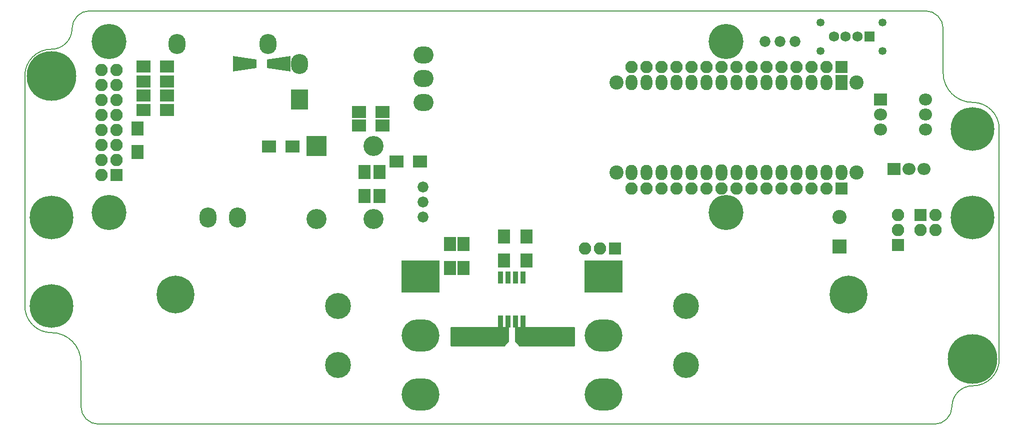
<source format=gbr>
G04 #@! TF.FileFunction,Soldermask,Bot*
%FSLAX46Y46*%
G04 Gerber Fmt 4.6, Leading zero omitted, Abs format (unit mm)*
G04 Created by KiCad (PCBNEW 4.0.7-e2-6376~61~ubuntu18.04.1) date Tue May 29 09:04:43 2018*
%MOMM*%
%LPD*%
G01*
G04 APERTURE LIST*
%ADD10C,0.100000*%
%ADD11C,0.150000*%
%ADD12R,2.200000X2.000000*%
%ADD13O,2.200000X2.000000*%
%ADD14C,8.400000*%
%ADD15C,7.400000*%
%ADD16O,5.900000X5.900000*%
%ADD17O,2.100000X2.100000*%
%ADD18R,2.100000X2.100000*%
%ADD19R,2.100000X2.400000*%
%ADD20R,2.000000X2.400000*%
%ADD21R,0.950000X2.150000*%
%ADD22R,2.400000X2.100000*%
%ADD23C,6.400000*%
%ADD24R,1.750000X1.750000*%
%ADD25C,1.750000*%
%ADD26C,1.350000*%
%ADD27C,2.400000*%
%ADD28R,2.400000X2.400000*%
%ADD29O,6.400000X5.400000*%
%ADD30C,4.400000*%
%ADD31R,6.400000X5.400000*%
%ADD32R,2.000000X2.600000*%
%ADD33O,2.000000X2.600000*%
%ADD34O,2.000000X2.800000*%
%ADD35O,2.900000X3.400000*%
%ADD36O,3.400000X2.900000*%
%ADD37R,2.900000X3.400000*%
%ADD38C,1.840000*%
%ADD39C,3.400000*%
%ADD40R,3.400000X3.400000*%
%ADD41C,0.254000*%
G04 APERTURE END LIST*
D10*
D11*
X-4000000Y48500000D02*
G75*
G03X1000000Y43500000I5000000J0D01*
G01*
X5500000Y39000000D02*
G75*
G03X1000000Y43500000I-4500000J0D01*
G01*
X-150000000Y-500000D02*
G75*
G03X-155000000Y4500000I-5000000J0D01*
G01*
X-159500000Y9000000D02*
G75*
G03X-155000000Y4500000I4500000J0D01*
G01*
X-5500000Y-11000000D02*
G75*
G03X-2500000Y-8000000I0J3000000D01*
G01*
X1000000Y-4500000D02*
G75*
G03X-2500000Y-8000000I0J-3500000D01*
G01*
X1000000Y-4500000D02*
G75*
G03X5500000Y0I0J4500000D01*
G01*
X-155000000Y52500000D02*
G75*
G03X-151500000Y56000000I0J3500000D01*
G01*
X-155000000Y52500000D02*
G75*
G03X-159500000Y48000000I0J-4500000D01*
G01*
X-148500000Y59000000D02*
G75*
G03X-151500000Y56000000I0J-3000000D01*
G01*
X-147000000Y-11000000D02*
X-5500000Y-11000000D01*
X5500000Y0D02*
X5500000Y39000000D01*
X-150000000Y-8000000D02*
X-150000000Y-500000D01*
X-150000000Y-8000000D02*
G75*
G03X-147000000Y-11000000I3000000J0D01*
G01*
X-4000000Y56000000D02*
X-4000000Y48500000D01*
X-4000000Y56000000D02*
G75*
G03X-7000000Y59000000I-3000000J0D01*
G01*
X-159500000Y48000000D02*
X-159500000Y9000000D01*
X-7000000Y59000000D02*
X-148500000Y59000000D01*
D12*
X-14594000Y44023000D03*
D13*
X-14594000Y41483000D03*
X-6974000Y38943000D03*
X-14594000Y38943000D03*
X-6974000Y41483000D03*
X-6974000Y44023000D03*
D14*
X1000000Y0D03*
D15*
X-155000000Y24000000D03*
X1000000Y24000000D03*
X-155000000Y9000000D03*
X1000000Y39000000D03*
D14*
X-155000000Y48000000D03*
D16*
X-40770000Y53827000D03*
X-40770000Y24827000D03*
X-145270000Y24827000D03*
D17*
X-144000000Y48987000D03*
X-146540000Y48987000D03*
X-144000000Y46447000D03*
X-146540000Y46447000D03*
X-144000000Y43907000D03*
X-146540000Y43907000D03*
X-144000000Y41367000D03*
X-146540000Y41367000D03*
X-144000000Y38827000D03*
X-146540000Y38827000D03*
X-144000000Y36287000D03*
X-146540000Y36287000D03*
X-144000000Y33747000D03*
X-146540000Y33747000D03*
D18*
X-144000000Y31207000D03*
D17*
X-146540000Y31207000D03*
D16*
X-145270000Y53827000D03*
D19*
X-87492000Y15480000D03*
X-87492000Y19480000D03*
D20*
X-78348000Y20750000D03*
X-78348000Y16750000D03*
X-74538000Y20750000D03*
X-74538000Y16750000D03*
D21*
X-75173000Y6414000D03*
X-76443000Y6414000D03*
X-77713000Y6414000D03*
X-78983000Y6414000D03*
X-78983000Y13814000D03*
X-77713000Y13814000D03*
X-76443000Y13814000D03*
X-75173000Y13814000D03*
D22*
X-135403000Y47071000D03*
X-139403000Y47071000D03*
X-135403000Y42245000D03*
X-139403000Y42245000D03*
X-139403000Y49547500D03*
X-135403000Y49547500D03*
D19*
X-140462000Y35084000D03*
X-140462000Y39084000D03*
D22*
X-135403000Y44658000D03*
X-139403000Y44658000D03*
D23*
X-134000000Y11000000D03*
X-20000000Y11000000D03*
D12*
X-12308000Y32212000D03*
D13*
X-9768000Y32212000D03*
X-7228000Y32212000D03*
D18*
X-21200000Y49520000D03*
D17*
X-23740000Y49520000D03*
X-26280000Y49520000D03*
X-28820000Y49520000D03*
X-31360000Y49520000D03*
X-33900000Y49520000D03*
X-36440000Y49520000D03*
X-38980000Y49520000D03*
X-41520000Y49520000D03*
X-44060000Y49520000D03*
X-46600000Y49520000D03*
X-49140000Y49520000D03*
X-51680000Y49520000D03*
X-54220000Y49520000D03*
X-56760000Y49520000D03*
D18*
X-21200000Y28880000D03*
D17*
X-23740000Y28880000D03*
X-26280000Y28880000D03*
X-28820000Y28880000D03*
X-31360000Y28880000D03*
X-33900000Y28880000D03*
X-36440000Y28880000D03*
X-38980000Y28880000D03*
X-41520000Y28880000D03*
X-44060000Y28880000D03*
X-46600000Y28880000D03*
X-49140000Y28880000D03*
X-51680000Y28880000D03*
X-54220000Y28880000D03*
X-56760000Y28880000D03*
D24*
X-16510000Y54610000D03*
D25*
X-18510000Y54610000D03*
X-20510000Y54610000D03*
X-22510000Y54610000D03*
D26*
X-14260000Y52235000D03*
X-14260000Y56985000D03*
X-24760000Y52235000D03*
X-24760000Y56985000D03*
D20*
X-85206000Y15480000D03*
X-85206000Y19480000D03*
D18*
X-11684000Y19304000D03*
D17*
X-11684000Y21844000D03*
X-11684000Y24384000D03*
D18*
X-59552000Y18750000D03*
D17*
X-62092000Y18750000D03*
X-64632000Y18750000D03*
D18*
X-7874000Y24384000D03*
D17*
X-5334000Y24384000D03*
X-7874000Y21844000D03*
X-5334000Y21844000D03*
D10*
G36*
X-114480000Y51388000D02*
X-114480000Y48688000D01*
X-118480000Y49288000D01*
X-118480000Y50788000D01*
X-114480000Y51388000D01*
X-114480000Y51388000D01*
G37*
G36*
X-124280000Y48688000D02*
X-124280000Y51388000D01*
X-120280000Y50788000D01*
X-120280000Y49288000D01*
X-124280000Y48688000D01*
X-124280000Y48688000D01*
G37*
D20*
X-99430000Y31672000D03*
X-99430000Y27672000D03*
D22*
X-114194000Y36022000D03*
X-118194000Y36022000D03*
D19*
X-101970000Y31672000D03*
X-101970000Y27672000D03*
D22*
X-92604000Y33482000D03*
X-96604000Y33482000D03*
X-98954000Y39578000D03*
X-102954000Y39578000D03*
X-102954000Y41864000D03*
X-98954000Y41864000D03*
D27*
X-21590000Y24050000D03*
D28*
X-21590000Y19050000D03*
D29*
X-92500000Y-6000000D03*
X-92500000Y4000000D03*
D30*
X-106500000Y-1000000D03*
D31*
X-92500000Y14000000D03*
D30*
X-106500000Y9000000D03*
D29*
X-61500000Y-6000000D03*
X-61500000Y4000000D03*
D30*
X-47500000Y-1000000D03*
D31*
X-61500000Y14000000D03*
D30*
X-47500000Y9000000D03*
D27*
X-59300000Y31580000D03*
X-59300000Y46820000D03*
X-18660000Y31580000D03*
D32*
X-21200000Y46820000D03*
D33*
X-23740000Y46820000D03*
X-56760000Y31580000D03*
X-26280000Y46820000D03*
X-54220000Y31580000D03*
X-28820000Y46820000D03*
X-51680000Y31580000D03*
X-31360000Y46820000D03*
X-49140000Y31580000D03*
X-33900000Y46820000D03*
X-46600000Y31580000D03*
X-36440000Y46820000D03*
X-44060000Y31580000D03*
X-38980000Y46820000D03*
D34*
X-41520000Y31580000D03*
D33*
X-41520000Y46820000D03*
X-38980000Y31580000D03*
X-44060000Y46820000D03*
X-36440000Y31580000D03*
X-46600000Y46820000D03*
X-33900000Y31580000D03*
X-49140000Y46820000D03*
X-31360000Y31580000D03*
X-51680000Y46820000D03*
X-28820000Y31580000D03*
X-54220000Y46820000D03*
X-26280000Y31580000D03*
X-56760000Y46820000D03*
X-23740000Y31580000D03*
X-21200000Y31580000D03*
D27*
X-18660000Y46820000D03*
D35*
X-118300000Y53400000D03*
X-133700000Y53400000D03*
X-128500000Y24000000D03*
X-123500000Y24000000D03*
D36*
X-92000000Y43500000D03*
X-92000000Y51500000D03*
X-92000000Y47500000D03*
D35*
X-113000000Y50000000D03*
D37*
X-113000000Y44000000D03*
D38*
X-92064000Y24084000D03*
X-92064000Y26624000D03*
X-92064000Y29164000D03*
X-34152000Y53802000D03*
X-31612000Y53802000D03*
X-29072000Y53802000D03*
D39*
X-100472000Y36076000D03*
D40*
X-110072000Y36076000D03*
D39*
X-100472000Y23776000D03*
X-110072000Y23776000D03*
D41*
G36*
X-77713000Y3054606D02*
X-78400606Y2367000D01*
X-87365000Y2367000D01*
X-87365000Y5415000D01*
X-77713000Y5415000D01*
X-77713000Y3054606D01*
X-77713000Y3054606D01*
G37*
X-77713000Y3054606D02*
X-78400606Y2367000D01*
X-87365000Y2367000D01*
X-87365000Y5415000D01*
X-77713000Y5415000D01*
X-77713000Y3054606D01*
G36*
X-66537000Y2367000D02*
X-75755394Y2367000D01*
X-76443000Y3054606D01*
X-76443000Y5415000D01*
X-66537000Y5415000D01*
X-66537000Y2367000D01*
X-66537000Y2367000D01*
G37*
X-66537000Y2367000D02*
X-75755394Y2367000D01*
X-76443000Y3054606D01*
X-76443000Y5415000D01*
X-66537000Y5415000D01*
X-66537000Y2367000D01*
M02*

</source>
